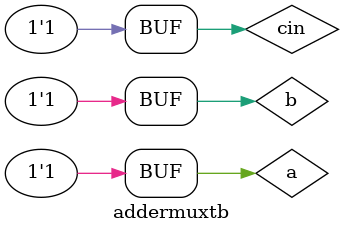
<source format=v>

module mux8x1(input i0,i1,i2,i3,i4,i5,i6,i7,s0,s1,s2,output reg y);
  always@(*)begin
    case({s2,s1,s0})
      3'b000:y=i0;
      3'b001:y=i1;
      3'b010:y=i2;
      3'b011:y=i3;
      3'b100:y=i4;
      3'b101:y=i5;
      3'b110:y=i6;
      3'b111:y=i7;
    endcase
  end
endmodule

module full_adder(input a,b,cin,output sum,carry);
  
  mux8x1 sum1(.i0(1'b0),.i1(1'b1),.i2(1'b1),.i3(1'b0),.i4(1'b1),.i5(1'b0),.i6(1'b0),.i7(1'b1),.s0(cin),.s1(b),.s2(a),.y(sum));
  mux8x1 carry1(.i0(1'b0),.i1(1'b0),.i2(1'b0),.i3(1'b1),.i4(1'b0),.i5(1'b1),.i6(1'b1),.i7(1'b1),.s0(cin),.s1(b),.s2(a),.y(carry));
endmodule


module addermuxtb;
  reg a,b,cin;
  wire sum,carry;
  
  full_adder uut(a,b,cin,sum,carry);
  
  initial begin
     a=0;b=0;cin=0;#10;
     a=0;b=0;cin=1;#10;
     a=0;b=1;cin=0;#10;
     a=0;b=1;cin=1;#10;
     a=1;b=0;cin=0;#10;
     a=1;b=0;cin=1;#10;
     a=1;b=1;cin=0;#10;
     a=1;b=1;cin=1;#10;
  end
initial begin
  $display("Time\tA B cin| Sum Carry");
  $monitor("%0t\t%b %b %b|  %b   %b", $time, a, b,cin, sum, carry);
  end
endmodule
</source>
